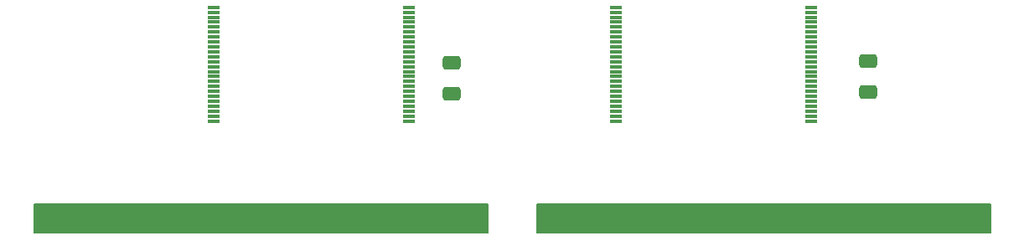
<source format=gts>
G04 #@! TF.GenerationSoftware,KiCad,Pcbnew,7.0.9*
G04 #@! TF.CreationDate,2024-01-22T22:35:46+01:00*
G04 #@! TF.ProjectId,simm72,73696d6d-3732-42e6-9b69-6361645f7063,A*
G04 #@! TF.SameCoordinates,Original*
G04 #@! TF.FileFunction,Soldermask,Top*
G04 #@! TF.FilePolarity,Negative*
%FSLAX46Y46*%
G04 Gerber Fmt 4.6, Leading zero omitted, Abs format (unit mm)*
G04 Created by KiCad (PCBNEW 7.0.9) date 2024-01-22 22:35:46*
%MOMM*%
%LPD*%
G01*
G04 APERTURE LIST*
G04 Aperture macros list*
%AMRoundRect*
0 Rectangle with rounded corners*
0 $1 Rounding radius*
0 $2 $3 $4 $5 $6 $7 $8 $9 X,Y pos of 4 corners*
0 Add a 4 corners polygon primitive as box body*
4,1,4,$2,$3,$4,$5,$6,$7,$8,$9,$2,$3,0*
0 Add four circle primitives for the rounded corners*
1,1,$1+$1,$2,$3*
1,1,$1+$1,$4,$5*
1,1,$1+$1,$6,$7*
1,1,$1+$1,$8,$9*
0 Add four rect primitives between the rounded corners*
20,1,$1+$1,$2,$3,$4,$5,0*
20,1,$1+$1,$4,$5,$6,$7,0*
20,1,$1+$1,$6,$7,$8,$9,0*
20,1,$1+$1,$8,$9,$2,$3,0*%
G04 Aperture macros list end*
%ADD10R,1.040000X2.540000*%
%ADD11R,1.300000X0.300000*%
%ADD12RoundRect,0.250000X-0.650000X0.412500X-0.650000X-0.412500X0.650000X-0.412500X0.650000X0.412500X0*%
G04 APERTURE END LIST*
D10*
X57375000Y-113921000D03*
X58645000Y-113921000D03*
X59915000Y-113921000D03*
X61185000Y-113921000D03*
X62455000Y-113921000D03*
X63725000Y-113921000D03*
X64995000Y-113921000D03*
X66265000Y-113921000D03*
X67535000Y-113921000D03*
X68805000Y-113921000D03*
X70075000Y-113921000D03*
X71345000Y-113921000D03*
X72615000Y-113921000D03*
X73885000Y-113921000D03*
X75155000Y-113921000D03*
X76425000Y-113921000D03*
X77695000Y-113921000D03*
X78965000Y-113921000D03*
X80235000Y-113921000D03*
X81505000Y-113921000D03*
X82775000Y-113921000D03*
X84045000Y-113921000D03*
X85315000Y-113921000D03*
X86585000Y-113921000D03*
X87855000Y-113921000D03*
X89125000Y-113921000D03*
X90395000Y-113921000D03*
X91665000Y-113921000D03*
X92935000Y-113921000D03*
X94205000Y-113921000D03*
X95475000Y-113921000D03*
X96745000Y-113921000D03*
X98015000Y-113921000D03*
X99285000Y-113921000D03*
X100555000Y-113921000D03*
X101825000Y-113921000D03*
X108175000Y-113921000D03*
X109445000Y-113921000D03*
X110715000Y-113921000D03*
X111985000Y-113921000D03*
X113255000Y-113921000D03*
X114525000Y-113921000D03*
X115795000Y-113921000D03*
X117065000Y-113921000D03*
X118335000Y-113921000D03*
X119605000Y-113921000D03*
X120875000Y-113921000D03*
X122145000Y-113921000D03*
X123415000Y-113921000D03*
X124685000Y-113921000D03*
X125955000Y-113921000D03*
X127225000Y-113921000D03*
X128495000Y-113921000D03*
X129765000Y-113921000D03*
X131035000Y-113921000D03*
X132305000Y-113921000D03*
X133575000Y-113921000D03*
X134845000Y-113921000D03*
X136115000Y-113921000D03*
X137385000Y-113921000D03*
X138655000Y-113921000D03*
X139925000Y-113921000D03*
X141195000Y-113921000D03*
X142465000Y-113921000D03*
X143735000Y-113921000D03*
X145005000Y-113921000D03*
X146275000Y-113921000D03*
X147545000Y-113921000D03*
X148815000Y-113921000D03*
X150085000Y-113921000D03*
X151355000Y-113921000D03*
X152625000Y-113921000D03*
D11*
X74830000Y-92550000D03*
X74830000Y-93050000D03*
X74830000Y-93550000D03*
X74830000Y-94050000D03*
X74830000Y-94550000D03*
X74830000Y-95050000D03*
X74830000Y-95550000D03*
X74830000Y-96050000D03*
X74830000Y-96550000D03*
X74830000Y-97050000D03*
X74830000Y-97550000D03*
X74830000Y-98050000D03*
X74830000Y-98550000D03*
X74830000Y-99050000D03*
X74830000Y-99550000D03*
X74830000Y-100050000D03*
X74830000Y-100550000D03*
X74830000Y-101050000D03*
X74830000Y-101550000D03*
X74830000Y-102050000D03*
X74830000Y-102550000D03*
X74830000Y-103050000D03*
X74830000Y-103550000D03*
X74830000Y-104050000D03*
X94530000Y-104050000D03*
X94530000Y-103550000D03*
X94530000Y-103050000D03*
X94530000Y-102550000D03*
X94530000Y-102050000D03*
X94530000Y-101550000D03*
X94530000Y-101050000D03*
X94530000Y-100550000D03*
X94530000Y-100050000D03*
X94530000Y-99550000D03*
X94530000Y-99050000D03*
X94530000Y-98550000D03*
X94530000Y-98050000D03*
X94530000Y-97550000D03*
X94530000Y-97050000D03*
X94530000Y-96550000D03*
X94530000Y-96050000D03*
X94530000Y-95550000D03*
X94530000Y-95050000D03*
X94530000Y-94550000D03*
X94530000Y-94050000D03*
X94530000Y-93550000D03*
X94530000Y-93050000D03*
X94530000Y-92550000D03*
D12*
X140941000Y-98007500D03*
X140941000Y-101132500D03*
D11*
X115470000Y-92550000D03*
X115470000Y-93050000D03*
X115470000Y-93550000D03*
X115470000Y-94050000D03*
X115470000Y-94550000D03*
X115470000Y-95050000D03*
X115470000Y-95550000D03*
X115470000Y-96050000D03*
X115470000Y-96550000D03*
X115470000Y-97050000D03*
X115470000Y-97550000D03*
X115470000Y-98050000D03*
X115470000Y-98550000D03*
X115470000Y-99050000D03*
X115470000Y-99550000D03*
X115470000Y-100050000D03*
X115470000Y-100550000D03*
X115470000Y-101050000D03*
X115470000Y-101550000D03*
X115470000Y-102050000D03*
X115470000Y-102550000D03*
X115470000Y-103050000D03*
X115470000Y-103550000D03*
X115470000Y-104050000D03*
X135170000Y-104050000D03*
X135170000Y-103550000D03*
X135170000Y-103050000D03*
X135170000Y-102550000D03*
X135170000Y-102050000D03*
X135170000Y-101550000D03*
X135170000Y-101050000D03*
X135170000Y-100550000D03*
X135170000Y-100050000D03*
X135170000Y-99550000D03*
X135170000Y-99050000D03*
X135170000Y-98550000D03*
X135170000Y-98050000D03*
X135170000Y-97550000D03*
X135170000Y-97050000D03*
X135170000Y-96550000D03*
X135170000Y-96050000D03*
X135170000Y-95550000D03*
X135170000Y-95050000D03*
X135170000Y-94550000D03*
X135170000Y-94050000D03*
X135170000Y-93550000D03*
X135170000Y-93050000D03*
X135170000Y-92550000D03*
D12*
X98904000Y-98134500D03*
X98904000Y-101259500D03*
G36*
X102530039Y-112391285D02*
G01*
X102575794Y-112444089D01*
X102587000Y-112495600D01*
X102587000Y-115321000D01*
X102567315Y-115388039D01*
X102514511Y-115433794D01*
X102463000Y-115445000D01*
X56737000Y-115445000D01*
X56669961Y-115425315D01*
X56624206Y-115372511D01*
X56613000Y-115321000D01*
X56613000Y-112495600D01*
X56632685Y-112428561D01*
X56685489Y-112382806D01*
X56737000Y-112371600D01*
X102463000Y-112371600D01*
X102530039Y-112391285D01*
G37*
G36*
X153330039Y-112391285D02*
G01*
X153375794Y-112444089D01*
X153387000Y-112495600D01*
X153387000Y-115321000D01*
X153367315Y-115388039D01*
X153314511Y-115433794D01*
X153263000Y-115445000D01*
X107537000Y-115445000D01*
X107469961Y-115425315D01*
X107424206Y-115372511D01*
X107413000Y-115321000D01*
X107413000Y-112495600D01*
X107432685Y-112428561D01*
X107485489Y-112382806D01*
X107537000Y-112371600D01*
X153263000Y-112371600D01*
X153330039Y-112391285D01*
G37*
M02*

</source>
